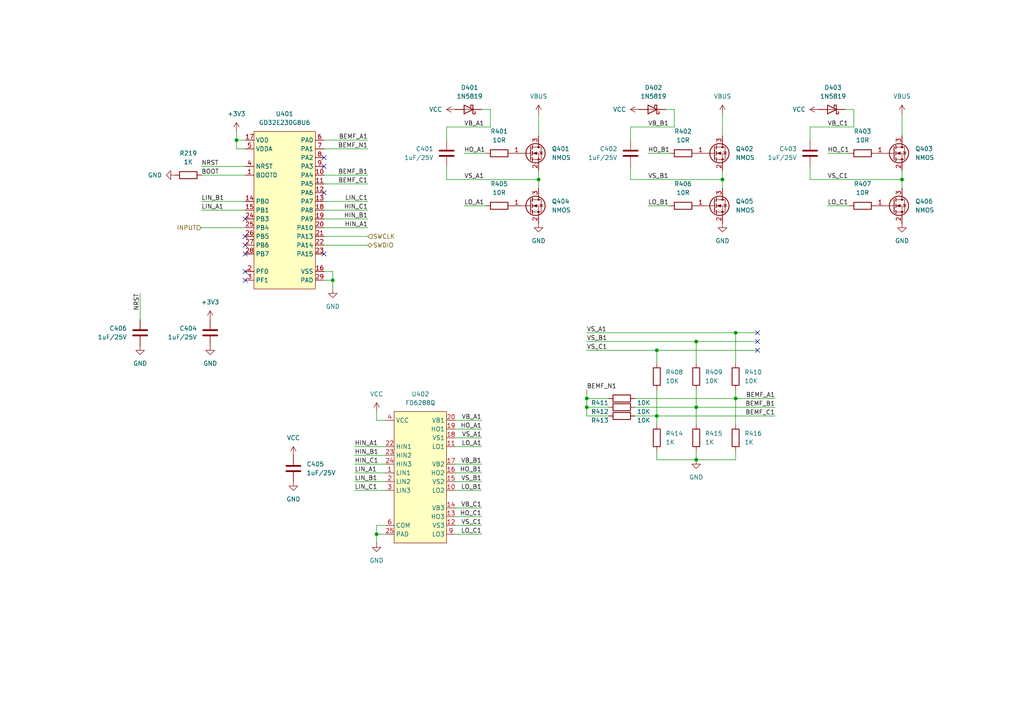
<source format=kicad_sch>
(kicad_sch (version 20250114) (generator "eeschema") (generator_version "9.0")
  (paper "A4")
  (lib_symbols
    (symbol "Device:C" (pin_numbers (hide yes)) (pin_names (offset 0.254))
      (property "Reference" "C" (at 0.635 2.54 0))
      (property "Value" "C" (at 0.635 -2.54 0))
      (symbol "C_0_1"
        (polyline (pts (xy -2.032 0.762) (xy 2.032 0.762)) (stroke (width 0.508)))
        (polyline (pts (xy -2.032 -0.762) (xy 2.032 -0.762)) (stroke (width 0.508)))
      )
      (symbol "C_1_1"
        (pin passive line (at 0 3.81 270) (length 2.794) (name "~") (number "1"))
        (pin passive line (at 0 -3.81 90) (length 2.794) (name "~") (number "2"))
      )
    )
    (symbol "Device:D_Schottky" (pin_numbers (hide yes)) (pin_names (offset 1.016) (hide yes))
      (property "Reference" "D" (at 0 2.54 0))
      (property "Value" "D_Schottky" (at 0 -2.54 0))
      (symbol "D_Schottky_0_1"
        (polyline (pts (xy -1.905 0.635) (xy -1.905 1.27) (xy -1.27 1.27) (xy -1.27 -1.27) (xy -0.635 -1.27) (xy -0.635 -0.635)) (stroke (width 0.254)))
        (polyline (pts (xy 1.27 1.27) (xy 1.27 -1.27) (xy -1.27 0) (xy 1.27 1.27)) (stroke (width 0.254)))
        (polyline (pts (xy 1.27 0) (xy -1.27 0)))
      )
      (symbol "D_Schottky_1_1"
        (pin passive line (at -3.81 0 0) (length 2.54) (name "K") (number "1"))
        (pin passive line (at 3.81 0 180) (length 2.54) (name "A") (number "2"))
      )
    )
    (symbol "Device:Q_NMOS_GSD" (pin_names (offset 0) (hide yes))
      (property "Reference" "Q" (at 5.08 1.27 0))
      (property "Value" "Q_NMOS_GSD" (at 5.08 -1.27 0))
      (symbol "Q_NMOS_GSD_0_1"
        (polyline (pts (xy 0.254 1.905) (xy 0.254 -1.905)) (stroke (width 0.254)))
        (polyline (pts (xy 0.254 0) (xy -2.54 0)))
        (polyline (pts (xy 0.762 2.286) (xy 0.762 1.27)) (stroke (width 0.254)))
        (polyline (pts (xy 0.762 0.508) (xy 0.762 -0.508)) (stroke (width 0.254)))
        (polyline (pts (xy 0.762 -1.27) (xy 0.762 -2.286)) (stroke (width 0.254)))
        (polyline (pts (xy 0.762 -1.778) (xy 3.302 -1.778) (xy 3.302 1.778) (xy 0.762 1.778)))
        (polyline (pts (xy 1.016 0) (xy 2.032 0.381) (xy 2.032 -0.381) (xy 1.016 0)) (fill (type outline)))
        (circle (center 1.651 0) (radius 2.794) (stroke (width 0.254)))
        (polyline (pts (xy 2.54 2.54) (xy 2.54 1.778)))
        (circle (center 2.54 1.778) (radius 0.254) (fill (type outline)))
        (circle (center 2.54 -1.778) (radius 0.254) (fill (type outline)))
        (polyline (pts (xy 2.54 -2.54) (xy 2.54 0) (xy 0.762 0)))
        (polyline (pts (xy 2.794 0.508) (xy 2.921 0.381) (xy 3.683 0.381) (xy 3.81 0.254)))
        (polyline (pts (xy 3.302 0.381) (xy 2.921 -0.254) (xy 3.683 -0.254) (xy 3.302 0.381)))
      )
      (symbol "Q_NMOS_GSD_1_1"
        (pin input line (at -5.08 0 0) (length 2.54) (name "G") (number "1"))
        (pin passive line (at 2.54 5.08 270) (length 2.54) (name "D") (number "3"))
        (pin passive line (at 2.54 -5.08 90) (length 2.54) (name "S") (number "2"))
      )
    )
    (symbol "Device:R" (pin_numbers (hide yes)) (pin_names (offset 0))
      (property "Reference" "R" (at 2.032 0 90))
      (property "Value" "R" (at 0 0 90))
      (symbol "R_0_1"
        (rectangle (start -1.016 -2.54) (end 1.016 2.54) (stroke (width 0.254)))
      )
      (symbol "R_1_1"
        (pin passive line (at 0 3.81 270) (length 1.27) (name "~") (number "1"))
        (pin passive line (at 0 -3.81 90) (length 1.27) (name "~") (number "2"))
      )
    )
    (symbol "myLib:FD6288Q"
      (property "Reference" "U102" (at 0 24.13 0))
      (property "Value" "FD6288Q" (at 0 21.59 0))
      (symbol "FD6288Q_0_0"
        (pin power_in line (at -10.16 16.51 0) (length 2.54) (name "VCC") (number "4"))
        (pin input line (at -10.16 8.89 0) (length 2.54) (name "HIN1") (number "22"))
        (pin input line (at -10.16 6.35 0) (length 2.54) (name "HIN2") (number "23"))
        (pin input line (at -10.16 3.81 0) (length 2.54) (name "HIN3") (number "24"))
        (pin input line (at -10.16 1.27 0) (length 2.54) (name "LIN1") (number "1"))
        (pin input line (at -10.16 -1.27 0) (length 2.54) (name "LIN2") (number "2"))
        (pin input line (at -10.16 -3.81 0) (length 2.54) (name "LIN3") (number "3"))
        (pin power_in line (at -10.16 -13.97 0) (length 2.54) (name "COM") (number "6"))
        (pin power_in line (at -10.16 -16.51 0) (length 2.54) (name "PAD") (number "25"))
        (pin passive line (at 10.16 16.51 180) (length 2.54) (name "VB1") (number "20"))
        (pin output line (at 10.16 13.97 180) (length 2.54) (name "HO1") (number "19"))
        (pin passive line (at 10.16 11.43 180) (length 2.54) (name "VS1") (number "18"))
        (pin output line (at 10.16 8.89 180) (length 2.54) (name "LO1") (number "11"))
        (pin passive line (at 10.16 3.81 180) (length 2.54) (name "VB2") (number "17"))
        (pin output line (at 10.16 1.27 180) (length 2.54) (name "HO2") (number "16"))
        (pin passive line (at 10.16 -1.27 180) (length 2.54) (name "VS2") (number "15"))
        (pin output line (at 10.16 -3.81 180) (length 2.54) (name "LO2") (number "10"))
        (pin passive line (at 10.16 -8.89 180) (length 2.54) (name "VB3") (number "14"))
        (pin output line (at 10.16 -11.43 180) (length 2.54) (name "HO3") (number "13"))
        (pin passive line (at 10.16 -13.97 180) (length 2.54) (name "VS3") (number "12"))
        (pin output line (at 10.16 -16.51 180) (length 2.54) (name "LO3") (number "9"))
      )
      (symbol "FD6288Q_1_0"
        (pin no_connect line (at -10.16 13.97 0) (length 2.54) (hide yes) (name "NC") (number "21"))
        (pin no_connect line (at -10.16 13.97 0) (length 2.54) (hide yes) (name "NC") (number "5"))
        (pin no_connect line (at -10.16 13.97 0) (length 2.54) (hide yes) (name "NC") (number "7"))
        (pin no_connect line (at -10.16 13.97 0) (length 2.54) (hide yes) (name "NC") (number "8"))
      )
      (symbol "FD6288Q_1_1"
        (rectangle (start -7.62 19.05) (end 7.62 -19.05) (fill (type background)))
      )
    )
    (symbol "myLib:GD32E230GxUx"
      (property "Reference" "U101" (at 0 26.67 0))
      (property "Value" "GD32E230G6U6" (at 0 24.13 0))
      (symbol "GD32E230GxUx_0_0"
        (pin power_in line (at -11.43 19.05 0) (length 2.54) (name "VDD") (number "17"))
        (pin power_in line (at -11.43 16.51 0) (length 2.54) (name "VDDA") (number "5"))
        (pin bidirectional line (at -11.43 11.43 0) (length 2.54) (name "NRST") (number "4"))
        (pin input line (at -11.43 8.89 0) (length 2.54) (name "BOOT0") (number "1"))
        (pin bidirectional line (at -11.43 1.27 0) (length 2.54) (name "PB0") (number "14"))
        (pin bidirectional line (at -11.43 -1.27 0) (length 2.54) (name "PB1") (number "15"))
        (pin bidirectional line (at -11.43 -3.81 0) (length 2.54) (name "PB3") (number "24"))
        (pin bidirectional line (at -11.43 -6.35 0) (length 2.54) (name "PB4") (number "25"))
        (pin bidirectional line (at -11.43 -8.89 0) (length 2.54) (name "PB5") (number "26"))
        (pin bidirectional line (at -11.43 -11.43 0) (length 2.54) (name "PB6") (number "27"))
        (pin bidirectional line (at -11.43 -13.97 0) (length 2.54) (name "PB7") (number "28"))
        (pin bidirectional line (at -11.43 -19.05 0) (length 2.54) (name "PF0") (number "2"))
        (pin bidirectional line (at -11.43 -21.59 0) (length 2.54) (name "PF1") (number "3"))
        (pin bidirectional line (at 11.43 19.05 180) (length 2.54) (name "PA0") (number "6"))
        (pin bidirectional line (at 11.43 16.51 180) (length 2.54) (name "PA1") (number "7"))
        (pin bidirectional line (at 11.43 13.97 180) (length 2.54) (name "PA2") (number "8"))
        (pin bidirectional line (at 11.43 11.43 180) (length 2.54) (name "PA3") (number "9"))
        (pin bidirectional line (at 11.43 8.89 180) (length 2.54) (name "PA4") (number "10"))
        (pin bidirectional line (at 11.43 6.35 180) (length 2.54) (name "PA5") (number "11"))
        (pin bidirectional line (at 11.43 3.81 180) (length 2.54) (name "PA6") (number "12"))
        (pin bidirectional line (at 11.43 1.27 180) (length 2.54) (name "PA7") (number "13"))
        (pin bidirectional line (at 11.43 -1.27 180) (length 2.54) (name "PA8") (number "18"))
        (pin bidirectional line (at 11.43 -3.81 180) (length 2.54) (name "PA9") (number "19"))
        (pin bidirectional line (at 11.43 -6.35 180) (length 2.54) (name "PA10") (number "20"))
        (pin bidirectional line (at 11.43 -8.89 180) (length 2.54) (name "PA13") (number "21"))
        (pin bidirectional line (at 11.43 -11.43 180) (length 2.54) (name "PA14") (number "22"))
        (pin bidirectional line (at 11.43 -13.97 180) (length 2.54) (name "PA15") (number "23"))
        (pin power_in line (at 11.43 -19.05 180) (length 2.54) (name "VSS") (number "16"))
        (pin power_in line (at 11.43 -21.59 180) (length 2.54) (name "PAD") (number "29"))
      )
      (symbol "GD32E230GxUx_1_1"
        (rectangle (start -8.89 21.59) (end 8.89 -24.13) (fill (type background)))
      )
    )
    (symbol "power:+3V3" (power) (pin_numbers (hide yes)) (pin_names (offset 0) (hide yes))
      (property "Value" "+3V3" (at 0 3.556 0))
      (symbol "+3V3_0_1"
        (polyline (pts (xy -0.762 1.27) (xy 0 2.54)))
        (polyline (pts (xy 0 2.54) (xy 0.762 1.27)))
        (polyline (pts (xy 0 0) (xy 0 2.54)))
      )
      (symbol "+3V3_1_1"
        (pin power_in line (at 0 0 90) (length 0) (name "~") (number "1"))
      )
    )
    (symbol "power:GND" (power) (pin_numbers (hide yes)) (pin_names (offset 0) (hide yes))
      (property "Value" "GND" (at 0 -3.81 0))
      (symbol "GND_0_1"
        (polyline (pts (xy 0 0) (xy 0 -1.27) (xy 1.27 -1.27) (xy 0 -2.54) (xy -1.27 -1.27) (xy 0 -1.27)))
      )
      (symbol "GND_1_1"
        (pin power_in line (at 0 0 270) (length 0) (name "~") (number "1"))
      )
    )
    (symbol "power:VBUS" (power) (pin_numbers (hide yes)) (pin_names (offset 0) (hide yes))
      (property "Value" "VBUS" (at 0 3.556 0))
      (symbol "VBUS_0_1"
        (polyline (pts (xy -0.762 1.27) (xy 0 2.54)))
        (polyline (pts (xy 0 2.54) (xy 0.762 1.27)))
        (polyline (pts (xy 0 0) (xy 0 2.54)))
      )
      (symbol "VBUS_1_1"
        (pin power_in line (at 0 0 90) (length 0) (name "~") (number "1"))
      )
    )
    (symbol "power:VCC" (power) (pin_numbers (hide yes)) (pin_names (offset 0) (hide yes))
      (property "Value" "VCC" (at 0 3.556 0))
      (symbol "VCC_0_1"
        (polyline (pts (xy -0.762 1.27) (xy 0 2.54)))
        (polyline (pts (xy 0 2.54) (xy 0.762 1.27)))
        (polyline (pts (xy 0 0) (xy 0 2.54)))
      )
      (symbol "VCC_1_1"
        (pin power_in line (at 0 0 90) (length 0) (name "~") (number "1"))
      )
    )
  )
  (junction (at 96.52 81.28))
  (junction (at 109.22 154.94))
  (junction (at 170.18 115.57))
  (junction (at 201.93 118.11))
  (junction (at 209.55 52.07))
  (junction (at 201.93 133.35))
  (junction (at 170.18 118.11))
  (junction (at 156.21 52.07))
  (junction (at 201.93 99.06))
  (junction (at 261.62 52.07))
  (junction (at 213.36 96.52))
  (junction (at 190.5 101.6))
  (junction (at 190.5 120.65))
  (junction (at 68.58 40.64))
  (junction (at 213.36 115.57))
  (no_connect (at 71.12 78.74))
  (no_connect (at 71.12 63.5))
  (no_connect (at 93.98 48.26))
  (no_connect (at 93.98 73.66))
  (no_connect (at 219.71 101.6))
  (no_connect (at 71.12 81.28))
  (no_connect (at 219.71 99.06))
  (no_connect (at 93.98 55.88))
  (no_connect (at 71.12 73.66))
  (no_connect (at 71.12 68.58))
  (no_connect (at 93.98 45.72))
  (no_connect (at 71.12 71.12))
  (no_connect (at 219.71 96.52))
  (wire (pts (xy 234.95 48.26) (xy 234.95 52.07)))
  (wire (pts (xy 111.76 152.4) (xy 109.22 152.4)))
  (wire (pts (xy 209.55 33.02) (xy 209.55 39.37)))
  (wire (pts (xy 129.54 52.07) (xy 156.21 52.07)))
  (wire (pts (xy 58.42 50.8) (xy 71.12 50.8)))
  (wire (pts (xy 68.58 40.64) (xy 71.12 40.64)))
  (wire (pts (xy 142.24 31.75) (xy 142.24 36.83)))
  (wire (pts (xy 132.08 121.92) (xy 139.7 121.92)))
  (wire (pts (xy 213.36 96.52) (xy 213.36 105.41)))
  (wire (pts (xy 58.42 58.42) (xy 71.12 58.42)))
  (wire (pts (xy 182.88 52.07) (xy 209.55 52.07)))
  (wire (pts (xy 93.98 68.58) (xy 106.68 68.58)))
  (wire (pts (xy 68.58 43.18) (xy 71.12 43.18)))
  (wire (pts (xy 132.08 134.62) (xy 139.7 134.62)))
  (wire (pts (xy 190.5 120.65) (xy 190.5 123.19)))
  (wire (pts (xy 58.42 60.96) (xy 71.12 60.96)))
  (wire (pts (xy 209.55 49.53) (xy 209.55 52.07)))
  (wire (pts (xy 261.62 49.53) (xy 261.62 52.07)))
  (wire (pts (xy 195.58 31.75) (xy 195.58 36.83)))
  (wire (pts (xy 68.58 40.64) (xy 68.58 43.18)))
  (wire (pts (xy 170.18 101.6) (xy 190.5 101.6)))
  (wire (pts (xy 201.93 118.11) (xy 224.79 118.11)))
  (wire (pts (xy 132.08 147.32) (xy 139.7 147.32)))
  (wire (pts (xy 201.93 99.06) (xy 219.71 99.06)))
  (wire (pts (xy 93.98 58.42) (xy 106.68 58.42)))
  (wire (pts (xy 170.18 115.57) (xy 170.18 118.11)))
  (wire (pts (xy 213.36 133.35) (xy 213.36 130.81)))
  (wire (pts (xy 201.93 99.06) (xy 201.93 105.41)))
  (wire (pts (xy 58.42 66.04) (xy 71.12 66.04)))
  (wire (pts (xy 213.36 96.52) (xy 219.71 96.52)))
  (wire (pts (xy 58.42 48.26) (xy 71.12 48.26)))
  (wire (pts (xy 93.98 50.8) (xy 106.68 50.8)))
  (wire (pts (xy 134.62 59.69) (xy 140.97 59.69)))
  (wire (pts (xy 170.18 120.65) (xy 176.53 120.65)))
  (wire (pts (xy 129.54 40.64) (xy 129.54 36.83)))
  (wire (pts (xy 247.65 31.75) (xy 247.65 36.83)))
  (wire (pts (xy 132.08 137.16) (xy 139.7 137.16)))
  (wire (pts (xy 129.54 48.26) (xy 129.54 52.07)))
  (wire (pts (xy 201.93 113.03) (xy 201.93 118.11)))
  (wire (pts (xy 93.98 81.28) (xy 96.52 81.28)))
  (wire (pts (xy 213.36 115.57) (xy 224.79 115.57)))
  (wire (pts (xy 201.93 130.81) (xy 201.93 133.35)))
  (wire (pts (xy 184.15 120.65) (xy 190.5 120.65)))
  (wire (pts (xy 93.98 71.12) (xy 106.68 71.12)))
  (wire (pts (xy 170.18 113.03) (xy 170.18 115.57)))
  (wire (pts (xy 93.98 66.04) (xy 106.68 66.04)))
  (wire (pts (xy 109.22 119.38) (xy 109.22 121.92)))
  (wire (pts (xy 190.5 120.65) (xy 224.79 120.65)))
  (wire (pts (xy 170.18 118.11) (xy 176.53 118.11)))
  (wire (pts (xy 182.88 40.64) (xy 182.88 36.83)))
  (wire (pts (xy 193.04 31.75) (xy 195.58 31.75)))
  (wire (pts (xy 93.98 40.64) (xy 106.68 40.64)))
  (wire (pts (xy 139.7 31.75) (xy 142.24 31.75)))
  (wire (pts (xy 190.5 101.6) (xy 190.5 105.41)))
  (wire (pts (xy 245.11 31.75) (xy 247.65 31.75)))
  (wire (pts (xy 40.64 85.09) (xy 40.64 92.71)))
  (wire (pts (xy 209.55 52.07) (xy 209.55 54.61)))
  (wire (pts (xy 156.21 33.02) (xy 156.21 39.37)))
  (wire (pts (xy 109.22 121.92) (xy 111.76 121.92)))
  (wire (pts (xy 134.62 44.45) (xy 140.97 44.45)))
  (wire (pts (xy 170.18 120.65) (xy 170.18 118.11)))
  (wire (pts (xy 109.22 152.4) (xy 109.22 154.94)))
  (wire (pts (xy 96.52 78.74) (xy 96.52 81.28)))
  (wire (pts (xy 156.21 49.53) (xy 156.21 52.07)))
  (wire (pts (xy 213.36 113.03) (xy 213.36 115.57)))
  (wire (pts (xy 102.87 129.54) (xy 111.76 129.54)))
  (wire (pts (xy 170.18 115.57) (xy 176.53 115.57)))
  (wire (pts (xy 182.88 48.26) (xy 182.88 52.07)))
  (wire (pts (xy 261.62 52.07) (xy 261.62 54.61)))
  (wire (pts (xy 182.88 36.83) (xy 195.58 36.83)))
  (wire (pts (xy 93.98 78.74) (xy 96.52 78.74)))
  (wire (pts (xy 132.08 124.46) (xy 139.7 124.46)))
  (wire (pts (xy 190.5 130.81) (xy 190.5 133.35)))
  (wire (pts (xy 111.76 154.94) (xy 109.22 154.94)))
  (wire (pts (xy 261.62 33.02) (xy 261.62 39.37)))
  (wire (pts (xy 68.58 38.1) (xy 68.58 40.64)))
  (wire (pts (xy 132.08 139.7) (xy 139.7 139.7)))
  (wire (pts (xy 132.08 149.86) (xy 139.7 149.86)))
  (wire (pts (xy 109.22 154.94) (xy 109.22 157.48)))
  (wire (pts (xy 184.15 118.11) (xy 201.93 118.11)))
  (wire (pts (xy 102.87 139.7) (xy 111.76 139.7)))
  (wire (pts (xy 187.96 44.45) (xy 194.31 44.45)))
  (wire (pts (xy 190.5 113.03) (xy 190.5 120.65)))
  (wire (pts (xy 93.98 63.5) (xy 106.68 63.5)))
  (wire (pts (xy 240.03 59.69) (xy 246.38 59.69)))
  (wire (pts (xy 132.08 129.54) (xy 139.7 129.54)))
  (wire (pts (xy 132.08 152.4) (xy 139.7 152.4)))
  (wire (pts (xy 213.36 115.57) (xy 213.36 123.19)))
  (wire (pts (xy 102.87 132.08) (xy 111.76 132.08)))
  (wire (pts (xy 156.21 52.07) (xy 156.21 54.61)))
  (wire (pts (xy 132.08 154.94) (xy 139.7 154.94)))
  (wire (pts (xy 190.5 101.6) (xy 219.71 101.6)))
  (wire (pts (xy 187.96 59.69) (xy 194.31 59.69)))
  (wire (pts (xy 102.87 137.16) (xy 111.76 137.16)))
  (wire (pts (xy 93.98 60.96) (xy 106.68 60.96)))
  (wire (pts (xy 234.95 40.64) (xy 234.95 36.83)))
  (wire (pts (xy 234.95 36.83) (xy 247.65 36.83)))
  (wire (pts (xy 190.5 133.35) (xy 201.93 133.35)))
  (wire (pts (xy 102.87 134.62) (xy 111.76 134.62)))
  (wire (pts (xy 129.54 36.83) (xy 142.24 36.83)))
  (wire (pts (xy 170.18 99.06) (xy 201.93 99.06)))
  (wire (pts (xy 132.08 127) (xy 139.7 127)))
  (wire (pts (xy 93.98 43.18) (xy 106.68 43.18)))
  (wire (pts (xy 201.93 118.11) (xy 201.93 123.19)))
  (wire (pts (xy 170.18 96.52) (xy 213.36 96.52)))
  (wire (pts (xy 132.08 142.24) (xy 139.7 142.24)))
  (wire (pts (xy 201.93 133.35) (xy 213.36 133.35)))
  (wire (pts (xy 96.52 81.28) (xy 96.52 83.82)))
  (wire (pts (xy 234.95 52.07) (xy 261.62 52.07)))
  (wire (pts (xy 184.15 115.57) (xy 213.36 115.57)))
  (wire (pts (xy 102.87 142.24) (xy 111.76 142.24)))
  (wire (pts (xy 240.03 44.45) (xy 246.38 44.45)))
  (wire (pts (xy 93.98 53.34) (xy 106.68 53.34)))
  (label "LIN_B1" (at 58.42 58.42 0))
  (label "HO_B1" (at 139.7 137.16 180))
  (label "VS_A1" (at 134.62 52.07 0))
  (label "LO_B1" (at 187.96 59.69 0))
  (label "HIN_A1" (at 106.68 66.04 180))
  (label "LIN_C1" (at 106.68 58.42 180))
  (label "HIN_B1" (at 106.68 63.5 180))
  (label "HO_A1" (at 134.62 44.45 0))
  (label "VB_B1" (at 187.96 36.83 0))
  (label "VB_B1" (at 139.7 134.62 180))
  (label "VS_B1" (at 139.7 139.7 180))
  (label "VS_C1" (at 170.18 101.6 0))
  (label "LIN_A1" (at 58.42 60.96 0))
  (label "LO_C1" (at 139.7 154.94 180))
  (label "HIN_C1" (at 102.87 134.62 0))
  (label "NRST" (at 40.64 85.09 270))
  (label "HO_C1" (at 240.03 44.45 0))
  (label "BEMF_N1" (at 170.18 113.03 0))
  (label "VS_C1" (at 240.03 52.07 0))
  (label "HIN_A1" (at 102.87 129.54 0))
  (label "BEMF_C1" (at 106.68 53.34 180))
  (label "HIN_B1" (at 102.87 132.08 0))
  (label "BEMF_B1" (at 224.79 118.11 180))
  (label "BEMF_A1" (at 106.68 40.64 180))
  (label "LO_A1" (at 139.7 129.54 180))
  (label "BOOT" (at 58.42 50.8 0))
  (label "HO_B1" (at 187.96 44.45 0))
  (label "HIN_C1" (at 106.68 60.96 180))
  (label "BEMF_B1" (at 106.68 50.8 180))
  (label "VB_A1" (at 139.7 121.92 180))
  (label "BEMF_N1" (at 106.68 43.18 180))
  (label "LO_B1" (at 139.7 142.24 180))
  (label "VB_A1" (at 134.62 36.83 0))
  (label "BEMF_A1" (at 224.79 115.57 180))
  (label "HO_C1" (at 139.7 149.86 180))
  (label "VS_C1" (at 139.7 152.4 180))
  (label "VS_A1" (at 139.7 127 180))
  (label "VS_B1" (at 187.96 52.07 0))
  (label "HO_A1" (at 139.7 124.46 180))
  (label "LIN_A1" (at 102.87 137.16 0))
  (label "VS_A1" (at 170.18 96.52 0))
  (label "VS_B1" (at 170.18 99.06 0))
  (label "VB_C1" (at 240.03 36.83 0))
  (label "VB_C1" (at 139.7 147.32 180))
  (label "LO_C1" (at 240.03 59.69 0))
  (label "LO_A1" (at 134.62 59.69 0))
  (label "BEMF_C1" (at 224.79 120.65 180))
  (label "LIN_C1" (at 102.87 142.24 0))
  (label "NRST" (at 58.42 48.26 0))
  (label "LIN_B1" (at 102.87 139.7 0))
  (hierarchical_label "INPUT" (shape input) (at 58.42 66.04 180))
  (hierarchical_label "SWCLK" (shape input) (at 106.68 68.58 0))
  (hierarchical_label "SWDIO" (shape bidirectional) (at 106.68 71.12 0))
  (symbol (lib_id "Device:C") (at 40.64 96.52 0) (unit 1)
    (property "Reference" "C206" (at 36.83 95.2499 0) (effects (justify right)))
    (property "Value" "1uF/25V" (at 36.83 97.7899 0) (effects (justify right)))
    (property "Footprint" "SMTOPT:C_0402" (effects (hide yes)))
    (property "Description" "Unpolarized capacitor" (effects (hide yes)))
    (instances (project "NekoESC" (path "" (reference "C406") (unit 1)) (path "" (reference "C306") (unit 1)) (path "" (reference "C506") (unit 1)) (path "" (reference "C206") (unit 1))))
  )
  (symbol (lib_id "Device:D_Schottky") (at 189.23 31.75 180) (unit 1)
    (property "Reference" "D202" (at 189.5475 25.4 0))
    (property "Value" "1N5819" (at 189.5475 27.94 0))
    (property "Footprint" "SMTOPT:D_SOD-323" (effects (hide yes)))
    (property "Description" "Schottky diode" (effects (hide yes)))
    (instances (project "NekoFC_AIO" (path "" (reference "D402") (unit 1)) (path "" (reference "D302") (unit 1)) (path "" (reference "D502") (unit 1)) (path "" (reference "D202") (unit 1))))
  )
  (symbol (lib_id "power:+3V3") (at 60.96 92.71 0) (unit 1)
    (property "Reference" "#PWR0279" (effects (hide yes)))
    (property "Value" "+3V3" (at 60.96 87.63 0))
    (property "Description" "Power symbol creates a global label with name \"+3V3\"" (effects (hide yes)))
    (instances (project "NekoFC_AIO" (path "" (reference "#PWR0413") (unit 1)) (path "" (reference "#PWR0313") (unit 1)) (path "" (reference "#PWR0513") (unit 1)) (path "" (reference "#PWR0279") (unit 1))))
  )
  (symbol (lib_id "power:GND") (at 60.96 100.33 0) (unit 1)
    (property "Reference" "#PWR0280" (effects (hide yes)))
    (property "Value" "GND" (at 60.96 105.41 0))
    (property "Description" "Power symbol creates a global label with name \"GND\" , ground" (effects (hide yes)))
    (instances (project "NekoFC_AIO" (path "" (reference "#PWR0414") (unit 1)) (path "" (reference "#PWR0314") (unit 1)) (path "" (reference "#PWR0514") (unit 1)) (path "" (reference "#PWR0280") (unit 1))))
  )
  (symbol (lib_id "power:GND") (at 96.52 83.82 0) (unit 1)
    (property "Reference" "#PWR0281" (effects (hide yes)))
    (property "Value" "GND" (at 96.52 88.9 0))
    (property "Description" "Power symbol creates a global label with name \"GND\" , ground" (effects (hide yes)))
    (instances (project "NekoFC_AIO" (path "" (reference "#PWR0415") (unit 1)) (path "" (reference "#PWR0315") (unit 1)) (path "" (reference "#PWR0515") (unit 1)) (path "" (reference "#PWR0281") (unit 1))))
  )
  (symbol (lib_id "Device:R") (at 144.78 59.69 90) (unit 1)
    (property "Reference" "R205" (at 144.78 53.34 90))
    (property "Value" "10R" (at 144.78 55.88 90))
    (property "Footprint" "SMTOPT:R_0402" (effects (hide yes)))
    (property "Description" "Resistor" (effects (hide yes)))
    (instances (project "NekoFC_AIO" (path "" (reference "R405") (unit 1)) (path "" (reference "R305") (unit 1)) (path "" (reference "R505") (unit 1)) (path "" (reference "R205") (unit 1))))
  )
  (symbol (lib_id "power:VBUS") (at 209.55 33.02 0) (unit 1)
    (property "Reference" "#PWR0290" (effects (hide yes)))
    (property "Value" "VBUS" (at 209.55 27.94 0))
    (property "Description" "Power symbol creates a global label with name \"VBUS\"" (effects (hide yes)))
    (instances (project "NekoFC_AIO" (path "" (reference "#PWR0405") (unit 1)) (path "" (reference "#PWR0305") (unit 1)) (path "" (reference "#PWR0505") (unit 1)) (path "" (reference "#PWR0290") (unit 1))))
  )
  (symbol (lib_id "power:+3V3") (at 68.58 38.1 0) (unit 1)
    (property "Reference" "#PWR0276" (effects (hide yes)))
    (property "Value" "+3V3" (at 68.58 33.02 0))
    (property "Description" "Power symbol creates a global label with name \"+3V3\"" (effects (hide yes)))
    (instances (project "NekoFC_AIO" (path "" (reference "#PWR0407") (unit 1)) (path "" (reference "#PWR0307") (unit 1)) (path "" (reference "#PWR0507") (unit 1)) (path "" (reference "#PWR0276") (unit 1))))
  )
  (symbol (lib_id "Device:Q_NMOS_GSD") (at 153.67 44.45 0) (unit 1)
    (property "Reference" "Q201" (at 160.02 43.1799 0) (effects (justify left)))
    (property "Value" "NMOS" (at 160.02 45.7199 0) (effects (justify left)))
    (property "Footprint" "myLib:DFN8_3x3_MOS_GSD" (effects (hide yes)))
    (property "Description" "N-MOSFET transistor, gate/source/drain" (effects (hide yes)))
    (instances (project "NekoFC_AIO" (path "" (reference "Q401") (unit 1)) (path "" (reference "Q301") (unit 1)) (path "" (reference "Q501") (unit 1)) (path "" (reference "Q201") (unit 1))))
  )
  (symbol (lib_id "Device:R") (at 190.5 109.22 180) (unit 1)
    (property "Reference" "R208" (at 193.04 107.9499 0) (effects (justify right)))
    (property "Value" "10K" (at 193.04 110.4899 0) (effects (justify right)))
    (property "Footprint" "SMTOPT:R_0402" (effects (hide yes)))
    (property "Description" "Resistor" (effects (hide yes)))
    (instances (project "NekoFC_AIO" (path "" (reference "R408") (unit 1)) (path "" (reference "R308") (unit 1)) (path "" (reference "R508") (unit 1)) (path "" (reference "R208") (unit 1))))
  )
  (symbol (lib_id "Device:Q_NMOS_GSD") (at 207.01 44.45 0) (unit 1)
    (property "Reference" "Q202" (at 213.36 43.1799 0) (effects (justify left)))
    (property "Value" "NMOS" (at 213.36 45.7199 0) (effects (justify left)))
    (property "Footprint" "myLib:DFN8_3x3_MOS_GSD" (effects (hide yes)))
    (property "Description" "N-MOSFET transistor, gate/source/drain" (effects (hide yes)))
    (instances (project "NekoFC_AIO" (path "" (reference "Q402") (unit 1)) (path "" (reference "Q302") (unit 1)) (path "" (reference "Q502") (unit 1)) (path "" (reference "Q202") (unit 1))))
  )
  (symbol (lib_id "power:GND") (at 209.55 64.77 0) (unit 1)
    (property "Reference" "#PWR0293" (effects (hide yes)))
    (property "Value" "GND" (at 209.55 69.85 0))
    (property "Description" "Power symbol creates a global label with name \"GND\" , ground" (effects (hide yes)))
    (instances (project "NekoFC_AIO" (path "" (reference "#PWR0410") (unit 1)) (path "" (reference "#PWR0310") (unit 1)) (path "" (reference "#PWR0510") (unit 1)) (path "" (reference "#PWR0293") (unit 1))))
  )
  (symbol (lib_id "power:VCC") (at 237.49 31.75 90) (unit 1)
    (property "Reference" "#PWR0288" (effects (hide yes)))
    (property "Value" "VCC" (at 233.68 31.7499 90) (effects (justify left)))
    (property "Description" "Power symbol creates a global label with name \"VCC\"" (effects (hide yes)))
    (instances (project "NekoFC_AIO" (path "" (reference "#PWR0403") (unit 1)) (path "" (reference "#PWR0303") (unit 1)) (path "" (reference "#PWR0503") (unit 1)) (path "" (reference "#PWR0288") (unit 1))))
  )
  (symbol (lib_id "Device:R") (at 180.34 115.57 270) (unit 1)
    (property "Reference" "R211" (at 173.99 116.84 90))
    (property "Value" "10K" (at 186.69 116.84 90))
    (property "Footprint" "SMTOPT:R_0402" (effects (hide yes)))
    (property "Description" "Resistor" (effects (hide yes)))
    (instances (project "NekoFC_AIO" (path "" (reference "R411") (unit 1)) (path "" (reference "R311") (unit 1)) (path "" (reference "R511") (unit 1)) (path "" (reference "R211") (unit 1))))
  )
  (symbol (lib_id "Device:R") (at 213.36 127 180) (unit 1)
    (property "Reference" "R216" (at 215.9 125.7299 0) (effects (justify right)))
    (property "Value" "1K" (at 215.9 128.2699 0) (effects (justify right)))
    (property "Footprint" "SMTOPT:R_0402" (effects (hide yes)))
    (property "Description" "Resistor" (effects (hide yes)))
    (instances (project "NekoFC_AIO" (path "" (reference "R416") (unit 1)) (path "" (reference "R316") (unit 1)) (path "" (reference "R516") (unit 1)) (path "" (reference "R216") (unit 1))))
  )
  (symbol (lib_id "Device:R") (at 144.78 44.45 90) (unit 1)
    (property "Reference" "R202" (at 144.78 38.1 90))
    (property "Value" "10R" (at 144.78 40.64 90))
    (property "Footprint" "SMTOPT:R_0402" (effects (hide yes)))
    (property "Description" "Resistor" (effects (hide yes)))
    (instances (project "NekoFC_AIO" (path "" (reference "R401") (unit 1)) (path "" (reference "R301") (unit 1)) (path "" (reference "R501") (unit 1)) (path "" (reference "R202") (unit 1))))
  )
  (symbol (lib_id "power:GND") (at 261.62 64.77 0) (unit 1)
    (property "Reference" "#PWR0294" (effects (hide yes)))
    (property "Value" "GND" (at 261.62 69.85 0))
    (property "Description" "Power symbol creates a global label with name \"GND\" , ground" (effects (hide yes)))
    (instances (project "NekoFC_AIO" (path "" (reference "#PWR0411") (unit 1)) (path "" (reference "#PWR0311") (unit 1)) (path "" (reference "#PWR0511") (unit 1)) (path "" (reference "#PWR0294") (unit 1))))
  )
  (symbol (lib_id "Device:R") (at 180.34 118.11 270) (unit 1)
    (property "Reference" "R212" (at 173.99 119.38 90))
    (property "Value" "10K" (at 186.69 119.38 90))
    (property "Footprint" "SMTOPT:R_0402" (effects (hide yes)))
    (property "Description" "Resistor" (effects (hide yes)))
    (instances (project "NekoFC_AIO" (path "" (reference "R412") (unit 1)) (path "" (reference "R312") (unit 1)) (path "" (reference "R512") (unit 1)) (path "" (reference "R212") (unit 1))))
  )
  (symbol (lib_id "Device:Q_NMOS_GSD") (at 153.67 59.69 0) (unit 1)
    (property "Reference" "Q204" (at 160.02 58.4199 0) (effects (justify left)))
    (property "Value" "NMOS" (at 160.02 60.9599 0) (effects (justify left)))
    (property "Footprint" "myLib:DFN8_3x3_MOS_GSD" (effects (hide yes)))
    (property "Description" "N-MOSFET transistor, gate/source/drain" (effects (hide yes)))
    (instances (project "NekoFC_AIO" (path "" (reference "Q404") (unit 1)) (path "" (reference "Q304") (unit 1)) (path "" (reference "Q504") (unit 1)) (path "" (reference "Q204") (unit 1))))
  )
  (symbol (lib_id "myLib:GD32E230GxUx") (at 82.55 59.69 0) (unit 1)
    (property "Reference" "U201" (at 82.55 33.02 0))
    (property "Value" "GD32E230G8U6" (at 82.55 35.56 0))
    (property "Footprint" "Package_DFN_QFN:WQFN-28-1EP_4x4mm_P0.4mm_EP2.7x2.7mm" (effects (hide yes)))
    (instances (project "NekoFC_AIO" (path "" (reference "U401") (unit 1)) (path "" (reference "U301") (unit 1)) (path "" (reference "U501") (unit 1)) (path "" (reference "U201") (unit 1))))
  )
  (symbol (lib_id "power:VCC") (at 85.09 132.08 0) (unit 1)
    (property "Reference" "#PWR0283" (effects (hide yes)))
    (property "Value" "VCC" (at 85.09 127 0))
    (property "Description" "Power symbol creates a global label with name \"VCC\"" (effects (hide yes)))
    (instances (project "NekoFC_AIO" (path "" (reference "#PWR0417") (unit 1)) (path "" (reference "#PWR0317") (unit 1)) (path "" (reference "#PWR0517") (unit 1)) (path "" (reference "#PWR0283") (unit 1))))
  )
  (symbol (lib_id "Device:C") (at 60.96 96.52 0) (unit 1)
    (property "Reference" "C201" (at 57.15 95.2499 0) (effects (justify right)))
    (property "Value" "1uF/25V" (at 57.15 97.7899 0) (effects (justify right)))
    (property "Footprint" "SMTOPT:C_0402" (effects (hide yes)))
    (property "Description" "Unpolarized capacitor" (effects (hide yes)))
    (instances (project "NekoFC_AIO" (path "" (reference "C404") (unit 1)) (path "" (reference "C304") (unit 1)) (path "" (reference "C504") (unit 1)) (path "" (reference "C201") (unit 1))))
  )
  (symbol (lib_id "Device:R") (at 180.34 120.65 270) (unit 1)
    (property "Reference" "R213" (at 173.99 121.92 90))
    (property "Value" "10K" (at 186.69 121.92 90))
    (property "Footprint" "SMTOPT:R_0402" (effects (hide yes)))
    (property "Description" "Resistor" (effects (hide yes)))
    (instances (project "NekoFC_AIO" (path "" (reference "R413") (unit 1)) (path "" (reference "R313") (unit 1)) (path "" (reference "R513") (unit 1)) (path "" (reference "R213") (unit 1))))
  )
  (symbol (lib_id "power:VCC") (at 132.08 31.75 90) (unit 1)
    (property "Reference" "#PWR0286" (effects (hide yes)))
    (property "Value" "VCC" (at 128.27 31.7499 90) (effects (justify left)))
    (property "Description" "Power symbol creates a global label with name \"VCC\"" (effects (hide yes)))
    (instances (project "NekoFC_AIO" (path "" (reference "#PWR0401") (unit 1)) (path "" (reference "#PWR0301") (unit 1)) (path "" (reference "#PWR0501") (unit 1)) (path "" (reference "#PWR0286") (unit 1))))
  )
  (symbol (lib_id "Device:Q_NMOS_GSD") (at 259.08 59.69 0) (unit 1)
    (property "Reference" "Q206" (at 265.43 58.4199 0) (effects (justify left)))
    (property "Value" "NMOS" (at 265.43 60.9599 0) (effects (justify left)))
    (property "Footprint" "myLib:DFN8_3x3_MOS_GSD" (effects (hide yes)))
    (property "Description" "N-MOSFET transistor, gate/source/drain" (effects (hide yes)))
    (instances (project "NekoFC_AIO" (path "" (reference "Q406") (unit 1)) (path "" (reference "Q306") (unit 1)) (path "" (reference "Q506") (unit 1)) (path "" (reference "Q206") (unit 1))))
  )
  (symbol (lib_id "Device:Q_NMOS_GSD") (at 207.01 59.69 0) (unit 1)
    (property "Reference" "Q205" (at 213.36 58.4199 0) (effects (justify left)))
    (property "Value" "NMOS" (at 213.36 60.9599 0) (effects (justify left)))
    (property "Footprint" "myLib:DFN8_3x3_MOS_GSD" (effects (hide yes)))
    (property "Description" "N-MOSFET transistor, gate/source/drain" (effects (hide yes)))
    (instances (project "NekoFC_AIO" (path "" (reference "Q405") (unit 1)) (path "" (reference "Q305") (unit 1)) (path "" (reference "Q505") (unit 1)) (path "" (reference "Q205") (unit 1))))
  )
  (symbol (lib_id "Device:C") (at 182.88 44.45 0) (unit 1)
    (property "Reference" "C204" (at 179.07 43.1799 0) (effects (justify right)))
    (property "Value" "1uF/25V" (at 179.07 45.7199 0) (effects (justify right)))
    (property "Footprint" "SMTOPT:C_0402" (effects (hide yes)))
    (property "Description" "Unpolarized capacitor" (effects (hide yes)))
    (instances (project "NekoFC_AIO" (path "" (reference "C402") (unit 1)) (path "" (reference "C302") (unit 1)) (path "" (reference "C502") (unit 1)) (path "" (reference "C204") (unit 1))))
  )
  (symbol (lib_id "Device:C") (at 85.09 135.89 0) (unit 1)
    (property "Reference" "C202" (at 88.9 134.6199 0) (effects (justify left)))
    (property "Value" "1uF/25V" (at 88.9 137.1599 0) (effects (justify left)))
    (property "Footprint" "SMTOPT:C_0402" (effects (hide yes)))
    (property "Description" "Unpolarized capacitor" (effects (hide yes)))
    (instances (project "NekoFC_AIO" (path "" (reference "C405") (unit 1)) (path "" (reference "C305") (unit 1)) (path "" (reference "C505") (unit 1)) (path "" (reference "C202") (unit 1))))
  )
  (symbol (lib_id "Device:D_Schottky") (at 241.3 31.75 180) (unit 1)
    (property "Reference" "D203" (at 241.6175 25.4 0))
    (property "Value" "1N5819" (at 241.6175 27.94 0))
    (property "Footprint" "SMTOPT:D_SOD-323" (effects (hide yes)))
    (property "Description" "Schottky diode" (effects (hide yes)))
    (instances (project "NekoFC_AIO" (path "" (reference "D403") (unit 1)) (path "" (reference "D303") (unit 1)) (path "" (reference "D503") (unit 1)) (path "" (reference "D203") (unit 1))))
  )
  (symbol (lib_id "power:VBUS") (at 261.62 33.02 0) (unit 1)
    (property "Reference" "#PWR0291" (effects (hide yes)))
    (property "Value" "VBUS" (at 261.62 27.94 0))
    (property "Description" "Power symbol creates a global label with name \"VBUS\"" (effects (hide yes)))
    (instances (project "NekoFC_AIO" (path "" (reference "#PWR0406") (unit 1)) (path "" (reference "#PWR0306") (unit 1)) (path "" (reference "#PWR0506") (unit 1)) (path "" (reference "#PWR0291") (unit 1))))
  )
  (symbol (lib_id "power:GND") (at 201.93 133.35 0) (unit 1)
    (property "Reference" "#PWR0295" (effects (hide yes)))
    (property "Value" "GND" (at 201.93 138.43 0))
    (property "Description" "Power symbol creates a global label with name \"GND\" , ground" (effects (hide yes)))
    (instances (project "NekoFC_AIO" (path "" (reference "#PWR0419") (unit 1)) (path "" (reference "#PWR0319") (unit 1)) (path "" (reference "#PWR0519") (unit 1)) (path "" (reference "#PWR0295") (unit 1))))
  )
  (symbol (lib_id "Device:Q_NMOS_GSD") (at 259.08 44.45 0) (unit 1)
    (property "Reference" "Q203" (at 265.43 43.1799 0) (effects (justify left)))
    (property "Value" "NMOS" (at 265.43 45.7199 0) (effects (justify left)))
    (property "Footprint" "myLib:DFN8_3x3_MOS_GSD" (effects (hide yes)))
    (property "Description" "N-MOSFET transistor, gate/source/drain" (effects (hide yes)))
    (instances (project "NekoFC_AIO" (path "" (reference "Q403") (unit 1)) (path "" (reference "Q303") (unit 1)) (path "" (reference "Q503") (unit 1)) (path "" (reference "Q203") (unit 1))))
  )
  (symbol (lib_id "power:GND") (at 85.09 139.7 0) (unit 1)
    (property "Reference" "#PWR0284" (effects (hide yes)))
    (property "Value" "GND" (at 85.09 144.78 0))
    (property "Description" "Power symbol creates a global label with name \"GND\" , ground" (effects (hide yes)))
    (instances (project "NekoFC_AIO" (path "" (reference "#PWR0418") (unit 1)) (path "" (reference "#PWR0318") (unit 1)) (path "" (reference "#PWR0518") (unit 1)) (path "" (reference "#PWR0284") (unit 1))))
  )
  (symbol (lib_id "power:GND") (at 50.8 50.8 270) (unit 1)
    (property "Reference" "#PWR0277" (effects (hide yes)))
    (property "Value" "GND" (at 46.99 50.7999 90) (effects (justify right)))
    (property "Description" "Power symbol creates a global label with name \"GND\" , ground" (effects (hide yes)))
    (instances (project "NekoFC_AIO" (path "" (reference "#PWR0408") (unit 1)) (path "" (reference "#PWR0308") (unit 1)) (path "" (reference "#PWR0508") (unit 1)) (path "" (reference "#PWR0277") (unit 1))))
  )
  (symbol (lib_id "Device:R") (at 213.36 109.22 180) (unit 1)
    (property "Reference" "R210" (at 215.9 107.9499 0) (effects (justify right)))
    (property "Value" "10K" (at 215.9 110.4899 0) (effects (justify right)))
    (property "Footprint" "SMTOPT:R_0402" (effects (hide yes)))
    (property "Description" "Resistor" (effects (hide yes)))
    (instances (project "NekoFC_AIO" (path "" (reference "R410") (unit 1)) (path "" (reference "R310") (unit 1)) (path "" (reference "R510") (unit 1)) (path "" (reference "R210") (unit 1))))
  )
  (symbol (lib_id "power:VCC") (at 185.42 31.75 90) (unit 1)
    (property "Reference" "#PWR0287" (effects (hide yes)))
    (property "Value" "VCC" (at 181.61 31.7499 90) (effects (justify left)))
    (property "Description" "Power symbol creates a global label with name \"VCC\"" (effects (hide yes)))
    (instances (project "NekoFC_AIO" (path "" (reference "#PWR0402") (unit 1)) (path "" (reference "#PWR0302") (unit 1)) (path "" (reference "#PWR0502") (unit 1)) (path "" (reference "#PWR0287") (unit 1))))
  )
  (symbol (lib_id "Device:R") (at 190.5 127 180) (unit 1)
    (property "Reference" "R214" (at 193.04 125.7299 0) (effects (justify right)))
    (property "Value" "1K" (at 193.04 128.2699 0) (effects (justify right)))
    (property "Footprint" "SMTOPT:R_0402" (effects (hide yes)))
    (property "Description" "Resistor" (effects (hide yes)))
    (instances (project "NekoFC_AIO" (path "" (reference "R414") (unit 1)) (path "" (reference "R314") (unit 1)) (path "" (reference "R514") (unit 1)) (path "" (reference "R214") (unit 1))))
  )
  (symbol (lib_id "myLib:FD6288Q") (at 121.92 138.43 0) (unit 1)
    (property "Reference" "U202" (at 121.92 114.3 0))
    (property "Value" "FD6288Q" (at 121.92 116.84 0))
    (property "Footprint" "Package_DFN_QFN:QFN-24-1EP_4x4mm_P0.5mm_EP2.7x2.7mm" (effects (hide yes)))
    (instances (project "NekoFC_AIO" (path "" (reference "U402") (unit 1)) (path "" (reference "U302") (unit 1)) (path "" (reference "U502") (unit 1)) (path "" (reference "U202") (unit 1))))
  )
  (symbol (lib_id "Device:C") (at 129.54 44.45 0) (unit 1)
    (property "Reference" "C203" (at 125.73 43.1799 0) (effects (justify right)))
    (property "Value" "1uF/25V" (at 125.73 45.7199 0) (effects (justify right)))
    (property "Footprint" "SMTOPT:C_0402" (effects (hide yes)))
    (property "Description" "Unpolarized capacitor" (effects (hide yes)))
    (instances (project "NekoFC_AIO" (path "" (reference "C401") (unit 1)) (path "" (reference "C301") (unit 1)) (path "" (reference "C501") (unit 1)) (path "" (reference "C203") (unit 1))))
  )
  (symbol (lib_id "power:VBUS") (at 156.21 33.02 0) (unit 1)
    (property "Reference" "#PWR0289" (effects (hide yes)))
    (property "Value" "VBUS" (at 156.21 27.94 0))
    (property "Description" "Power symbol creates a global label with name \"VBUS\"" (effects (hide yes)))
    (instances (project "NekoFC_AIO" (path "" (reference "#PWR0404") (unit 1)) (path "" (reference "#PWR0304") (unit 1)) (path "" (reference "#PWR0504") (unit 1)) (path "" (reference "#PWR0289") (unit 1))))
  )
  (symbol (lib_id "Device:R") (at 201.93 109.22 180) (unit 1)
    (property "Reference" "R209" (at 204.47 107.9499 0) (effects (justify right)))
    (property "Value" "10K" (at 204.47 110.4899 0) (effects (justify right)))
    (property "Footprint" "SMTOPT:R_0402" (effects (hide yes)))
    (property "Description" "Resistor" (effects (hide yes)))
    (instances (project "NekoFC_AIO" (path "" (reference "R409") (unit 1)) (path "" (reference "R309") (unit 1)) (path "" (reference "R509") (unit 1)) (path "" (reference "R209") (unit 1))))
  )
  (symbol (lib_id "power:GND") (at 156.21 64.77 0) (unit 1)
    (property "Reference" "#PWR0292" (effects (hide yes)))
    (property "Value" "GND" (at 156.21 69.85 0))
    (property "Description" "Power symbol creates a global label with name \"GND\" , ground" (effects (hide yes)))
    (instances (project "NekoFC_AIO" (path "" (reference "#PWR0409") (unit 1)) (path "" (reference "#PWR0309") (unit 1)) (path "" (reference "#PWR0509") (unit 1)) (path "" (reference "#PWR0292") (unit 1))))
  )
  (symbol (lib_id "power:VCC") (at 109.22 119.38 0) (unit 1)
    (property "Reference" "#PWR0282" (effects (hide yes)))
    (property "Value" "VCC" (at 109.22 114.3 0))
    (property "Description" "Power symbol creates a global label with name \"VCC\"" (effects (hide yes)))
    (instances (project "NekoFC_AIO" (path "" (reference "#PWR0416") (unit 1)) (path "" (reference "#PWR0316") (unit 1)) (path "" (reference "#PWR0516") (unit 1)) (path "" (reference "#PWR0282") (unit 1))))
  )
  (symbol (lib_id "Device:R") (at 198.12 44.45 90) (unit 1)
    (property "Reference" "R203" (at 198.12 38.1 90))
    (property "Value" "10R" (at 198.12 40.64 90))
    (property "Footprint" "SMTOPT:R_0402" (effects (hide yes)))
    (property "Description" "Resistor" (effects (hide yes)))
    (instances (project "NekoFC_AIO" (path "" (reference "R402") (unit 1)) (path "" (reference "R302") (unit 1)) (path "" (reference "R502") (unit 1)) (path "" (reference "R203") (unit 1))))
  )
  (symbol (lib_id "power:GND") (at 40.64 100.33 0) (unit 1)
    (property "Reference" "#PWR0206" (effects (hide yes)))
    (property "Value" "GND" (at 40.64 105.41 0))
    (property "Description" "Power symbol creates a global label with name \"GND\" , ground" (effects (hide yes)))
    (instances (project "NekoESC" (path "" (reference "#PWR0412") (unit 1)) (path "" (reference "#PWR0312") (unit 1)) (path "" (reference "#PWR0512") (unit 1)) (path "" (reference "#PWR0206") (unit 1))))
  )
  (symbol (lib_id "Device:R") (at 54.61 50.8 270) (unit 1)
    (property "Reference" "R217" (at 54.61 44.45 90))
    (property "Value" "1K" (at 54.61 46.99 90))
    (property "Footprint" "SMTOPT:R_0402" (effects (hide yes)))
    (property "Description" "Resistor" (effects (hide yes)))
    (instances (project "NekoESC" (path "" (reference "R219") (unit 1)) (path "" (reference "R218") (unit 1)) (path "" (reference "R220") (unit 1)) (path "" (reference "R217") (unit 1))))
  )
  (symbol (lib_id "Device:D_Schottky") (at 135.89 31.75 180) (unit 1)
    (property "Reference" "D201" (at 136.2075 25.4 0))
    (property "Value" "1N5819" (at 136.2075 27.94 0))
    (property "Footprint" "SMTOPT:D_SOD-323" (effects (hide yes)))
    (property "Description" "Schottky diode" (effects (hide yes)))
    (instances (project "NekoFC_AIO" (path "" (reference "D401") (unit 1)) (path "" (reference "D301") (unit 1)) (path "" (reference "D501") (unit 1)) (path "" (reference "D201") (unit 1))))
  )
  (symbol (lib_id "Device:R") (at 250.19 44.45 90) (unit 1)
    (property "Reference" "R204" (at 250.19 38.1 90))
    (property "Value" "10R" (at 250.19 40.64 90))
    (property "Footprint" "SMTOPT:R_0402" (effects (hide yes)))
    (property "Description" "Resistor" (effects (hide yes)))
    (instances (project "NekoFC_AIO" (path "" (reference "R403") (unit 1)) (path "" (reference "R303") (unit 1)) (path "" (reference "R503") (unit 1)) (path "" (reference "R204") (unit 1))))
  )
  (symbol (lib_id "Device:R") (at 250.19 59.69 90) (unit 1)
    (property "Reference" "R207" (at 250.19 53.34 90))
    (property "Value" "10R" (at 250.19 55.88 90))
    (property "Footprint" "SMTOPT:R_0402" (effects (hide yes)))
    (property "Description" "Resistor" (effects (hide yes)))
    (instances (project "NekoFC_AIO" (path "" (reference "R407") (unit 1)) (path "" (reference "R307") (unit 1)) (path "" (reference "R507") (unit 1)) (path "" (reference "R207") (unit 1))))
  )
  (symbol (lib_id "power:GND") (at 109.22 157.48 0) (unit 1)
    (property "Reference" "#PWR0285" (effects (hide yes)))
    (property "Value" "GND" (at 109.22 162.56 0))
    (property "Description" "Power symbol creates a global label with name \"GND\" , ground" (effects (hide yes)))
    (instances (project "NekoFC_AIO" (path "" (reference "#PWR0420") (unit 1)) (path "" (reference "#PWR0320") (unit 1)) (path "" (reference "#PWR0520") (unit 1)) (path "" (reference "#PWR0285") (unit 1))))
  )
  (symbol (lib_id "Device:R") (at 201.93 127 180) (unit 1)
    (property "Reference" "R215" (at 204.47 125.7299 0) (effects (justify right)))
    (property "Value" "1K" (at 204.47 128.2699 0) (effects (justify right)))
    (property "Footprint" "SMTOPT:R_0402" (effects (hide yes)))
    (property "Description" "Resistor" (effects (hide yes)))
    (instances (project "NekoFC_AIO" (path "" (reference "R415") (unit 1)) (path "" (reference "R315") (unit 1)) (path "" (reference "R515") (unit 1)) (path "" (reference "R215") (unit 1))))
  )
  (symbol (lib_id "Device:R") (at 198.12 59.69 90) (unit 1)
    (property "Reference" "R206" (at 198.12 53.34 90))
    (property "Value" "10R" (at 198.12 55.88 90))
    (property "Footprint" "SMTOPT:R_0402" (effects (hide yes)))
    (property "Description" "Resistor" (effects (hide yes)))
    (instances (project "NekoFC_AIO" (path "" (reference "R406") (unit 1)) (path "" (reference "R306") (unit 1)) (path "" (reference "R506") (unit 1)) (path "" (reference "R206") (unit 1))))
  )
  (symbol (lib_id "Device:C") (at 234.95 44.45 0) (unit 1)
    (property "Reference" "C205" (at 231.14 43.1799 0) (effects (justify right)))
    (property "Value" "1uF/25V" (at 231.14 45.7199 0) (effects (justify right)))
    (property "Footprint" "SMTOPT:C_0402" (effects (hide yes)))
    (property "Description" "Unpolarized capacitor" (effects (hide yes)))
    (instances (project "NekoFC_AIO" (path "" (reference "C403") (unit 1)) (path "" (reference "C303") (unit 1)) (path "" (reference "C503") (unit 1)) (path "" (reference "C205") (unit 1))))
  )
)
</source>
